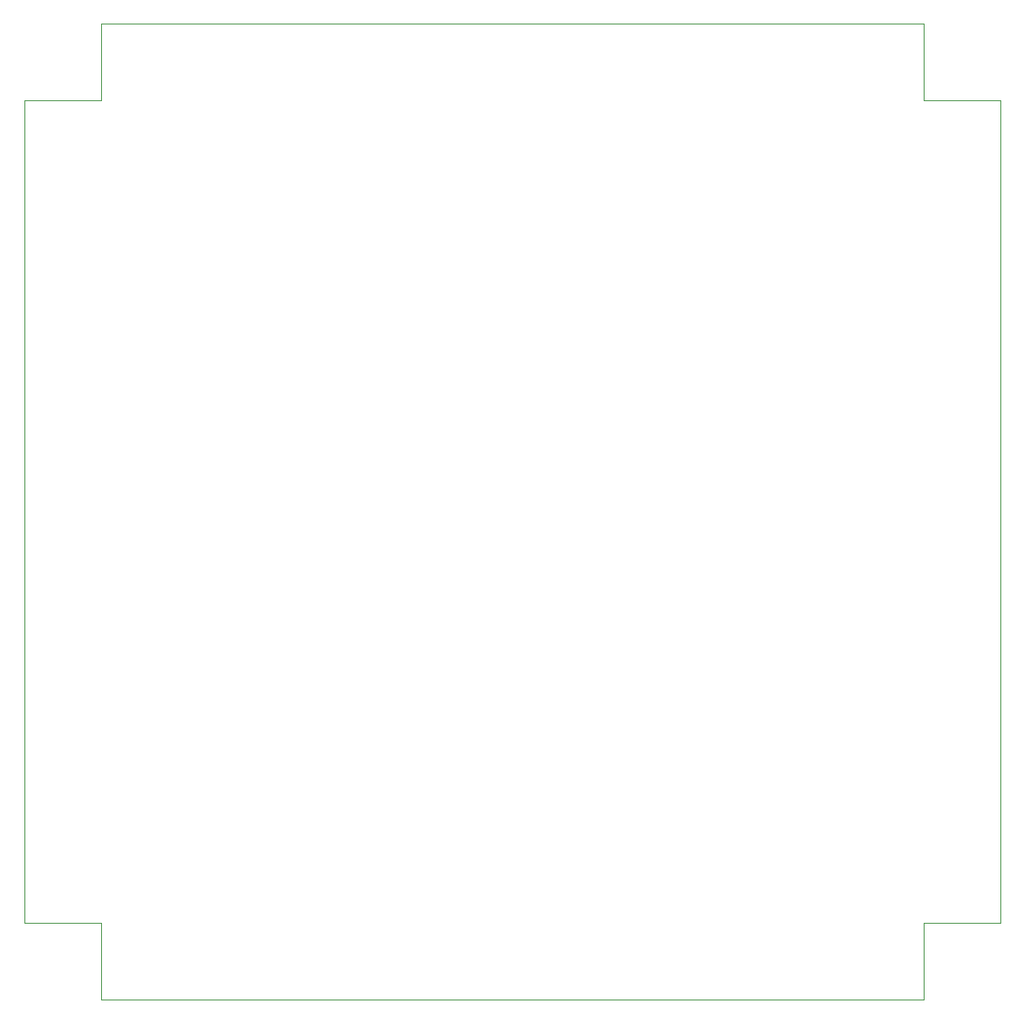
<source format=gbr>
%TF.GenerationSoftware,KiCad,Pcbnew,9.0.1*%
%TF.CreationDate,2025-06-25T17:25:19-04:00*%
%TF.ProjectId,-Z,2d5a2e6b-6963-4616-945f-706362585858,rev?*%
%TF.SameCoordinates,Original*%
%TF.FileFunction,Profile,NP*%
%FSLAX46Y46*%
G04 Gerber Fmt 4.6, Leading zero omitted, Abs format (unit mm)*
G04 Created by KiCad (PCBNEW 9.0.1) date 2025-06-25 17:25:19*
%MOMM*%
%LPD*%
G01*
G04 APERTURE LIST*
%TA.AperFunction,Profile*%
%ADD10C,0.025400*%
%TD*%
G04 APERTURE END LIST*
D10*
X205300000Y-50999999D02*
X205300000Y-58699999D01*
X122700001Y-149000000D02*
X122700000Y-141300000D01*
X205300000Y-149000000D02*
X122700001Y-149000000D01*
X205300001Y-141300000D02*
X213000001Y-141300000D01*
X205300000Y-58699999D02*
X213000001Y-58700000D01*
X213000001Y-58700000D02*
X213000001Y-141300000D01*
X122700001Y-58699999D02*
X115000000Y-58700000D01*
X122700000Y-141300000D02*
X115000000Y-141300000D01*
X122700001Y-50999999D02*
X122700001Y-58699999D01*
X205300000Y-149000000D02*
X205300001Y-141300000D01*
X122700001Y-50999999D02*
X205300000Y-50999999D01*
X115000000Y-141300000D02*
X115000000Y-58700000D01*
M02*

</source>
